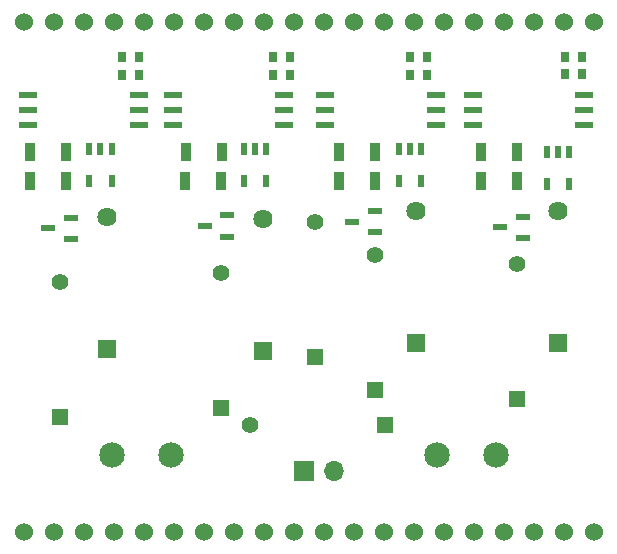
<source format=gbr>
%TF.GenerationSoftware,KiCad,Pcbnew,8.0.8*%
%TF.CreationDate,2025-02-03T20:57:41-05:00*%
%TF.ProjectId,PWM Module,50574d20-4d6f-4647-956c-652e6b696361,rev?*%
%TF.SameCoordinates,Original*%
%TF.FileFunction,Soldermask,Top*%
%TF.FilePolarity,Negative*%
%FSLAX46Y46*%
G04 Gerber Fmt 4.6, Leading zero omitted, Abs format (unit mm)*
G04 Created by KiCad (PCBNEW 8.0.8) date 2025-02-03 20:57:41*
%MOMM*%
%LPD*%
G01*
G04 APERTURE LIST*
%ADD10R,1.700000X1.700000*%
%ADD11O,1.700000X1.700000*%
%ADD12R,0.508000X0.977900*%
%ADD13R,1.270000X0.558800*%
%ADD14R,0.855600X1.600000*%
%ADD15R,0.711200X0.939800*%
%ADD16C,2.154000*%
%ADD17R,1.625600X1.625600*%
%ADD18C,1.625600*%
%ADD19C,1.524000*%
%ADD20R,1.397000X1.397000*%
%ADD21C,1.397000*%
%ADD22R,1.524000X0.533400*%
G04 APERTURE END LIST*
D10*
%TO.C,J4*%
X176125000Y-63400000D03*
D11*
X178665000Y-63400000D03*
%TD*%
D12*
%TO.C,U7*%
X159841502Y-36169500D03*
X158891501Y-36169500D03*
X157941500Y-36169500D03*
X157941500Y-38900000D03*
X159841502Y-38900000D03*
%TD*%
D13*
%TO.C,Q2*%
X169640000Y-43594998D03*
X169640000Y-41765000D03*
X167709600Y-42679999D03*
%TD*%
D14*
%TO.C,C4*%
X166084398Y-38900000D03*
X169140000Y-38900000D03*
%TD*%
D15*
%TO.C,R4*%
X173544500Y-29900000D03*
X174941500Y-29900000D03*
%TD*%
D14*
%TO.C,C2*%
X152913699Y-38900000D03*
X155969301Y-38900000D03*
%TD*%
D15*
%TO.C,R1*%
X185140000Y-28400000D03*
X186537000Y-28400000D03*
%TD*%
D16*
%TO.C,J3*%
X187400000Y-62100000D03*
X192400000Y-62100000D03*
%TD*%
D17*
%TO.C,D4*%
X159441500Y-53076000D03*
D18*
X159441500Y-41900000D03*
%TD*%
D17*
%TO.C,D1*%
X185640000Y-52576000D03*
D18*
X185640000Y-41400000D03*
%TD*%
D13*
%TO.C,Q3*%
X194640000Y-43729998D03*
X194640000Y-41900000D03*
X192709600Y-42814999D03*
%TD*%
D19*
%TO.C,J5*%
X152400000Y-25400000D03*
X154940000Y-25400000D03*
X157480000Y-25400000D03*
X160020000Y-25400000D03*
X162560000Y-25400000D03*
X165100000Y-25400000D03*
X167640000Y-25400000D03*
X170180000Y-25400000D03*
X172720000Y-25400000D03*
X175260000Y-25400000D03*
X177800000Y-25400000D03*
X180340000Y-25400000D03*
X182880000Y-25400000D03*
X185420000Y-25400000D03*
X187960000Y-25400000D03*
X190500000Y-25400000D03*
X193040000Y-25400000D03*
X195580000Y-25400000D03*
X198120000Y-25400000D03*
X200660000Y-25400000D03*
%TD*%
D15*
%TO.C,R5*%
X173544500Y-28400000D03*
X174941500Y-28400000D03*
%TD*%
D16*
%TO.C,J2*%
X159900000Y-62100000D03*
X164900000Y-62100000D03*
%TD*%
D15*
%TO.C,R11*%
X160743000Y-28400000D03*
X162140000Y-28400000D03*
%TD*%
D12*
%TO.C,U5*%
X198590001Y-36400000D03*
X197640000Y-36400000D03*
X196689999Y-36400000D03*
X196689999Y-39130500D03*
X198590001Y-39130500D03*
%TD*%
D14*
%TO.C,C3*%
X166112199Y-36400000D03*
X169167801Y-36400000D03*
%TD*%
%TO.C,C5*%
X179084398Y-36400000D03*
X182140000Y-36400000D03*
%TD*%
%TO.C,C6*%
X179084398Y-38900000D03*
X182140000Y-38900000D03*
%TD*%
D13*
%TO.C,Q4*%
X156371900Y-43814999D03*
X156371900Y-41985001D03*
X154441500Y-42900000D03*
%TD*%
D17*
%TO.C,D3*%
X197640000Y-52576000D03*
D18*
X197640000Y-41400000D03*
%TD*%
D20*
%TO.C,R9*%
X194140000Y-57330000D03*
D21*
X194140000Y-45900000D03*
%TD*%
D22*
%TO.C,U2*%
X187339000Y-34170000D03*
X187339000Y-32900000D03*
X187339000Y-31630000D03*
X177941000Y-31630000D03*
X177941000Y-32900000D03*
X177941000Y-34170000D03*
%TD*%
D14*
%TO.C,C1*%
X152941500Y-36400000D03*
X155997102Y-36400000D03*
%TD*%
D20*
%TO.C,R13*%
X183015000Y-59500000D03*
D21*
X171585000Y-59500000D03*
%TD*%
D22*
%TO.C,U6*%
X199839000Y-34170000D03*
X199839000Y-32900000D03*
X199839000Y-31630000D03*
X190441000Y-31630000D03*
X190441000Y-32900000D03*
X190441000Y-34170000D03*
%TD*%
D14*
%TO.C,C7*%
X191084398Y-36400000D03*
X194140000Y-36400000D03*
%TD*%
D20*
%TO.C,R3*%
X182140000Y-56615000D03*
D21*
X182140000Y-45185000D03*
%TD*%
D15*
%TO.C,R8*%
X198243000Y-28347800D03*
X199640000Y-28347800D03*
%TD*%
D20*
%TO.C,R12*%
X155441500Y-58830000D03*
D21*
X155441500Y-47400000D03*
%TD*%
D15*
%TO.C,R2*%
X185140000Y-29900000D03*
X186537000Y-29900000D03*
%TD*%
D12*
%TO.C,U3*%
X172941500Y-36169500D03*
X171991499Y-36169500D03*
X171041498Y-36169500D03*
X171041498Y-38900000D03*
X172941500Y-38900000D03*
%TD*%
D13*
%TO.C,Q1*%
X182140000Y-43229998D03*
X182140000Y-41400000D03*
X180209600Y-42314999D03*
%TD*%
D15*
%TO.C,R10*%
X160743000Y-29900000D03*
X162140000Y-29900000D03*
%TD*%
D20*
%TO.C,R6*%
X169140000Y-58115000D03*
D21*
X169140000Y-46685000D03*
%TD*%
D20*
%TO.C,R14*%
X177100000Y-53815000D03*
D21*
X177100000Y-42385000D03*
%TD*%
D15*
%TO.C,R7*%
X198243000Y-29847800D03*
X199640000Y-29847800D03*
%TD*%
D22*
%TO.C,U8*%
X162140500Y-34170000D03*
X162140500Y-32900000D03*
X162140500Y-31630000D03*
X152742500Y-31630000D03*
X152742500Y-32900000D03*
X152742500Y-34170000D03*
%TD*%
D12*
%TO.C,U1*%
X186040002Y-36169500D03*
X185090001Y-36169500D03*
X184140000Y-36169500D03*
X184140000Y-38900000D03*
X186040002Y-38900000D03*
%TD*%
D17*
%TO.C,D2*%
X172640000Y-53289500D03*
D18*
X172640000Y-42113500D03*
%TD*%
D22*
%TO.C,U4*%
X174441500Y-34170000D03*
X174441500Y-32900000D03*
X174441500Y-31630000D03*
X165043500Y-31630000D03*
X165043500Y-32900000D03*
X165043500Y-34170000D03*
%TD*%
D19*
%TO.C,J5*%
X152400000Y-68580000D03*
X154940000Y-68580000D03*
X157480000Y-68580000D03*
X160020000Y-68580000D03*
X162560000Y-68580000D03*
X165100000Y-68580000D03*
X167640000Y-68580000D03*
X170180000Y-68580000D03*
X172720000Y-68580000D03*
X175260000Y-68580000D03*
X177800000Y-68580000D03*
X180340000Y-68580000D03*
X182880000Y-68580000D03*
X185420000Y-68580000D03*
X187960000Y-68580000D03*
X190500000Y-68580000D03*
X193040000Y-68580000D03*
X195580000Y-68580000D03*
X198120000Y-68580000D03*
X200660000Y-68580000D03*
%TD*%
D14*
%TO.C,C8*%
X191084398Y-38900000D03*
X194140000Y-38900000D03*
%TD*%
M02*

</source>
